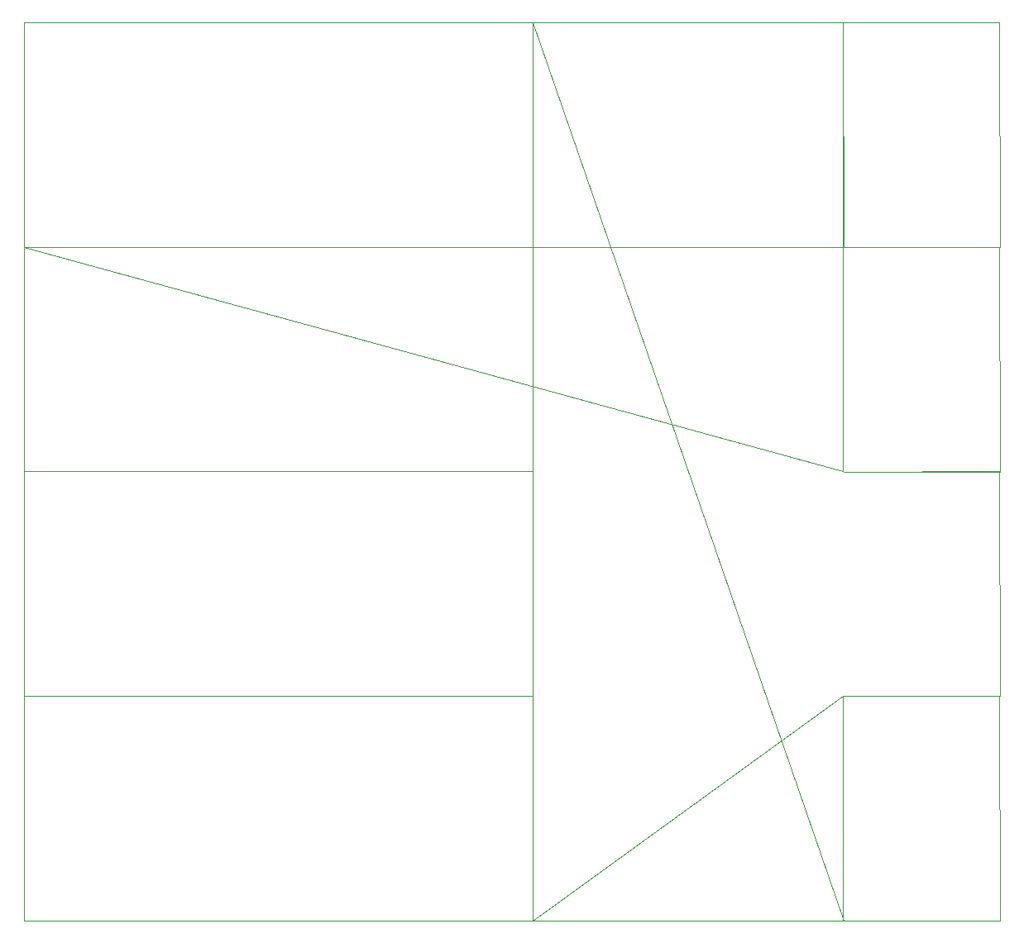
<source format=gko>
%MOIN*%
%OFA0B0*%
%FSLAX44Y44*%
%IPPOS*%
%LPD*%
%ADD10C,0*%
D10*
X00033003Y00027161D02*
X00033003Y00027161D01*
X00039307Y00027161D01*
X00039295Y00036220D01*
X00032992Y00036220D01*
X00033003Y00027161D01*
X00020472Y00000000D02*
X00020472Y00000000D01*
X00020472Y00009055D01*
X00000000Y00009055D01*
X00000000Y00000000D01*
X00020472Y00000000D01*
X00020472Y00036220D02*
X00033003Y-00000003D01*
X00039307Y-00000003D01*
X00039295Y00009055D01*
X00033003Y00009051D01*
X00039307Y00009051D01*
X00039295Y00018110D01*
X00033003Y00018106D01*
X00039307Y00018106D01*
X00039295Y00027165D01*
X00032992Y00027165D01*
X00032992Y00036220D01*
X00020472Y00036220D01*
X00032992Y00009055D02*
X00020472Y00000000D01*
X00032992Y00000000D01*
X00032992Y00009055D01*
X00000000Y00027165D02*
X00032992Y00018110D01*
X00032992Y00027165D01*
X00020472Y00027165D01*
X00020472Y00036220D01*
X00000000Y00036220D01*
X00000000Y00027165D01*
X00000000Y00018110D02*
X00020472Y00018110D01*
X00020472Y00027165D01*
X00000000Y00027165D01*
X00000000Y00018110D01*
X00000000Y00009055D02*
X00020472Y00009055D01*
X00020472Y00018110D01*
X00000000Y00018110D01*
X00000000Y00009055D01*
M02*
</source>
